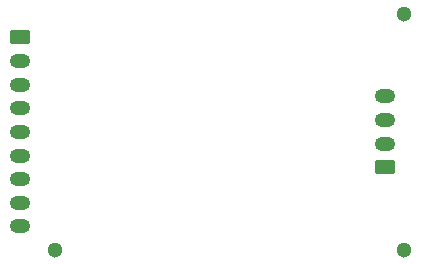
<source format=gbr>
%TF.GenerationSoftware,KiCad,Pcbnew,8.0.1*%
%TF.CreationDate,2024-04-25T00:01:52-04:00*%
%TF.ProjectId,ads1260_board,61647331-3236-4305-9f62-6f6172642e6b,rev?*%
%TF.SameCoordinates,Original*%
%TF.FileFunction,Soldermask,Bot*%
%TF.FilePolarity,Negative*%
%FSLAX46Y46*%
G04 Gerber Fmt 4.6, Leading zero omitted, Abs format (unit mm)*
G04 Created by KiCad (PCBNEW 8.0.1) date 2024-04-25 00:01:52*
%MOMM*%
%LPD*%
G01*
G04 APERTURE LIST*
G04 Aperture macros list*
%AMRoundRect*
0 Rectangle with rounded corners*
0 $1 Rounding radius*
0 $2 $3 $4 $5 $6 $7 $8 $9 X,Y pos of 4 corners*
0 Add a 4 corners polygon primitive as box body*
4,1,4,$2,$3,$4,$5,$6,$7,$8,$9,$2,$3,0*
0 Add four circle primitives for the rounded corners*
1,1,$1+$1,$2,$3*
1,1,$1+$1,$4,$5*
1,1,$1+$1,$6,$7*
1,1,$1+$1,$8,$9*
0 Add four rect primitives between the rounded corners*
20,1,$1+$1,$2,$3,$4,$5,0*
20,1,$1+$1,$4,$5,$6,$7,0*
20,1,$1+$1,$6,$7,$8,$9,0*
20,1,$1+$1,$8,$9,$2,$3,0*%
G04 Aperture macros list end*
%ADD10C,1.300000*%
%ADD11O,1.750000X1.200000*%
%ADD12RoundRect,0.250000X-0.625000X0.350000X-0.625000X-0.350000X0.625000X-0.350000X0.625000X0.350000X0*%
%ADD13RoundRect,0.250000X0.625000X-0.350000X0.625000X0.350000X-0.625000X0.350000X-0.625000X-0.350000X0*%
G04 APERTURE END LIST*
D10*
%TO.C,H3*%
X116500000Y-92000000D03*
%TD*%
%TO.C,H2*%
X146000000Y-92000000D03*
%TD*%
%TO.C,H1*%
X146000000Y-72000000D03*
%TD*%
D11*
%TO.C,J3*%
X113550000Y-90000000D03*
X113550000Y-88000000D03*
X113550000Y-86000000D03*
X113550000Y-84000000D03*
X113550000Y-82000000D03*
X113550000Y-80000000D03*
X113550000Y-78000000D03*
X113550000Y-76000000D03*
D12*
X113550000Y-74000000D03*
%TD*%
D13*
%TO.C,J1*%
X144450000Y-85000000D03*
D11*
X144450000Y-83000000D03*
X144450000Y-81000000D03*
X144450000Y-79000000D03*
%TD*%
M02*

</source>
